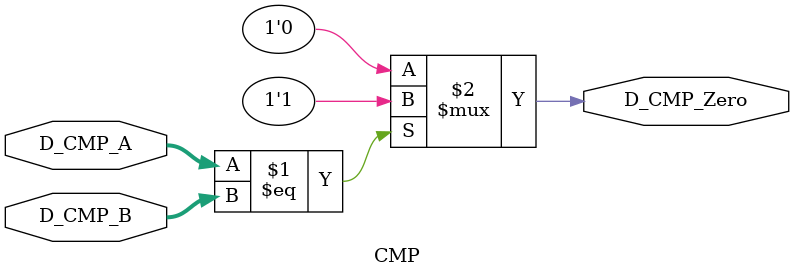
<source format=v>
`timescale 1ns / 1ps
module CMP (
    input [31:0] D_CMP_A,
    input [31:0] D_CMP_B,

    output D_CMP_Zero
);
    
    assign D_CMP_Zero = (D_CMP_A == D_CMP_B) ? 1'b1 : 1'b0;

endmodule
</source>
